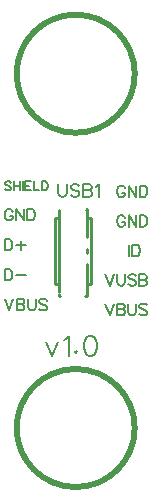
<source format=gto>
G04 Layer: TopSilkscreenLayer*
G04 EasyEDA v6.5.20, 2023-08-22 18:50:07*
G04 a67cddfb3fce44daa9051d46cbbcc19f,10*
G04 Gerber Generator version 0.2*
G04 Scale: 100 percent, Rotated: No, Reflected: No *
G04 Dimensions in millimeters *
G04 leading zeros omitted , absolute positions ,4 integer and 5 decimal *
%FSLAX45Y45*%
%MOMM*%

%ADD10C,0.2032*%
%ADD11C,0.1524*%
%ADD12C,0.2540*%
%ADD13C,0.5000*%

%LPD*%
D10*
X-549147Y577850D02*
G01*
X-556260Y585215D01*
X-567181Y588771D01*
X-581913Y588771D01*
X-592836Y585215D01*
X-599947Y577850D01*
X-599947Y570484D01*
X-596392Y563371D01*
X-592836Y559562D01*
X-585470Y556005D01*
X-563626Y548639D01*
X-556260Y545084D01*
X-552704Y541528D01*
X-549147Y534162D01*
X-549147Y523239D01*
X-556260Y515873D01*
X-567181Y512318D01*
X-581913Y512318D01*
X-592836Y515873D01*
X-599947Y523239D01*
X-525018Y588771D02*
G01*
X-525018Y512318D01*
X-474218Y588771D02*
G01*
X-474218Y512318D01*
X-525018Y552450D02*
G01*
X-474218Y552450D01*
X-450087Y588771D02*
G01*
X-450087Y512318D01*
X-426212Y588771D02*
G01*
X-426212Y512318D01*
X-426212Y588771D02*
G01*
X-378968Y588771D01*
X-426212Y552450D02*
G01*
X-397002Y552450D01*
X-426212Y512318D02*
G01*
X-378968Y512318D01*
X-354837Y588771D02*
G01*
X-354837Y512318D01*
X-354837Y512318D02*
G01*
X-311150Y512318D01*
X-287273Y588771D02*
G01*
X-287273Y512318D01*
X-287273Y588771D02*
G01*
X-261873Y588771D01*
X-250952Y585215D01*
X-243586Y577850D01*
X-240029Y570484D01*
X-236473Y559562D01*
X-236473Y541528D01*
X-240029Y530605D01*
X-243586Y523239D01*
X-250952Y515873D01*
X-261873Y512318D01*
X-287273Y512318D01*
X-531934Y332295D02*
G01*
X-536252Y341185D01*
X-545396Y350329D01*
X-554540Y354901D01*
X-572828Y354901D01*
X-581718Y350329D01*
X-590862Y341185D01*
X-595434Y332295D01*
X-600006Y318579D01*
X-600006Y295719D01*
X-595434Y282257D01*
X-590862Y273113D01*
X-581718Y263969D01*
X-572828Y259397D01*
X-554540Y259397D01*
X-545396Y263969D01*
X-536252Y273113D01*
X-531934Y282257D01*
X-531934Y295719D01*
X-554540Y295719D02*
G01*
X-531934Y295719D01*
X-501708Y354901D02*
G01*
X-501708Y259397D01*
X-501708Y354901D02*
G01*
X-438208Y259397D01*
X-438208Y354901D02*
G01*
X-438208Y259397D01*
X-408236Y354901D02*
G01*
X-408236Y259397D01*
X-408236Y354901D02*
G01*
X-376486Y354901D01*
X-362770Y350329D01*
X-353626Y341185D01*
X-349054Y332295D01*
X-344482Y318579D01*
X-344482Y295719D01*
X-349054Y282257D01*
X-353626Y273113D01*
X-362770Y263969D01*
X-376486Y259397D01*
X-408236Y259397D01*
X-599947Y100837D02*
G01*
X-599947Y5334D01*
X-599947Y100837D02*
G01*
X-568197Y100837D01*
X-554481Y96265D01*
X-545337Y87376D01*
X-541020Y78231D01*
X-536447Y64515D01*
X-536447Y41910D01*
X-541020Y28194D01*
X-545337Y19050D01*
X-554481Y9905D01*
X-568197Y5334D01*
X-599947Y5334D01*
X-465328Y87376D02*
G01*
X-465328Y5334D01*
X-506476Y46481D02*
G01*
X-424434Y46481D01*
X-599947Y-153162D02*
G01*
X-599947Y-248665D01*
X-599947Y-153162D02*
G01*
X-568197Y-153162D01*
X-554481Y-157734D01*
X-545337Y-166623D01*
X-541020Y-175768D01*
X-536447Y-189484D01*
X-536447Y-212089D01*
X-541020Y-225805D01*
X-545337Y-234950D01*
X-554481Y-244094D01*
X-568197Y-248665D01*
X-599947Y-248665D01*
X-506476Y-207518D02*
G01*
X-424434Y-207518D01*
X-599973Y-407085D02*
G01*
X-563651Y-502589D01*
X-527329Y-407085D02*
G01*
X-563651Y-502589D01*
X-497357Y-407085D02*
G01*
X-497357Y-502589D01*
X-497357Y-407085D02*
G01*
X-456463Y-407085D01*
X-442747Y-411657D01*
X-438175Y-416229D01*
X-433603Y-425373D01*
X-433603Y-434263D01*
X-438175Y-443407D01*
X-442747Y-447979D01*
X-456463Y-452551D01*
X-497357Y-452551D02*
G01*
X-456463Y-452551D01*
X-442747Y-457123D01*
X-438175Y-461695D01*
X-433603Y-470839D01*
X-433603Y-484301D01*
X-438175Y-493445D01*
X-442747Y-498017D01*
X-456463Y-502589D01*
X-497357Y-502589D01*
X-403631Y-407085D02*
G01*
X-403631Y-475157D01*
X-399059Y-488873D01*
X-389915Y-498017D01*
X-376453Y-502589D01*
X-367309Y-502589D01*
X-353593Y-498017D01*
X-344449Y-488873D01*
X-339877Y-475157D01*
X-339877Y-407085D01*
X-246405Y-420801D02*
G01*
X-255549Y-411657D01*
X-269011Y-407085D01*
X-287299Y-407085D01*
X-301015Y-411657D01*
X-309905Y-420801D01*
X-309905Y-429691D01*
X-305333Y-438835D01*
X-301015Y-443407D01*
X-291871Y-447979D01*
X-264439Y-457123D01*
X-255549Y-461695D01*
X-250977Y-466267D01*
X-246405Y-475157D01*
X-246405Y-488873D01*
X-255549Y-498017D01*
X-269011Y-502589D01*
X-287299Y-502589D01*
X-301015Y-498017D01*
X-309905Y-488873D01*
X418223Y528104D02*
G01*
X413651Y537248D01*
X404507Y546392D01*
X395363Y550964D01*
X377329Y550964D01*
X368185Y546392D01*
X359041Y537248D01*
X354469Y528104D01*
X349897Y514642D01*
X349897Y491782D01*
X354469Y478066D01*
X359041Y469176D01*
X368185Y460032D01*
X377329Y455460D01*
X395363Y455460D01*
X404507Y460032D01*
X413651Y469176D01*
X418223Y478066D01*
X418223Y491782D01*
X395363Y491782D02*
G01*
X418223Y491782D01*
X448195Y550964D02*
G01*
X448195Y455460D01*
X448195Y550964D02*
G01*
X511695Y455460D01*
X511695Y550964D02*
G01*
X511695Y455460D01*
X541921Y550964D02*
G01*
X541921Y455460D01*
X541921Y550964D02*
G01*
X573671Y550964D01*
X587387Y546392D01*
X596277Y537248D01*
X600849Y528104D01*
X605421Y514642D01*
X605421Y491782D01*
X600849Y478066D01*
X596277Y469176D01*
X587387Y460032D01*
X573671Y455460D01*
X541921Y455460D01*
X418068Y278300D02*
G01*
X413750Y287190D01*
X404606Y296334D01*
X395462Y300906D01*
X377174Y300906D01*
X368284Y296334D01*
X359140Y287190D01*
X354568Y278300D01*
X349996Y264584D01*
X349996Y241724D01*
X354568Y228262D01*
X359140Y219118D01*
X368284Y209974D01*
X377174Y205402D01*
X395462Y205402D01*
X404606Y209974D01*
X413750Y219118D01*
X418068Y228262D01*
X418068Y241724D01*
X395462Y241724D02*
G01*
X418068Y241724D01*
X448294Y300906D02*
G01*
X448294Y205402D01*
X448294Y300906D02*
G01*
X511794Y205402D01*
X511794Y300906D02*
G01*
X511794Y205402D01*
X541766Y300906D02*
G01*
X541766Y205402D01*
X541766Y300906D02*
G01*
X573516Y300906D01*
X587232Y296334D01*
X596376Y287190D01*
X600948Y278300D01*
X605520Y264584D01*
X605520Y241724D01*
X600948Y228262D01*
X596376Y219118D01*
X587232Y209974D01*
X573516Y205402D01*
X541766Y205402D01*
X450087Y50800D02*
G01*
X450087Y-44450D01*
X480060Y50800D02*
G01*
X480060Y-44450D01*
X480060Y50800D02*
G01*
X511810Y50800D01*
X525526Y46481D01*
X534670Y37337D01*
X538987Y28194D01*
X543560Y14478D01*
X543560Y-8128D01*
X538987Y-21844D01*
X534670Y-30987D01*
X525526Y-39878D01*
X511810Y-44450D01*
X480060Y-44450D01*
X250088Y-199136D02*
G01*
X286410Y-294639D01*
X322732Y-199136D02*
G01*
X286410Y-294639D01*
X352704Y-199136D02*
G01*
X352704Y-267207D01*
X357276Y-280923D01*
X366420Y-290068D01*
X379882Y-294639D01*
X389026Y-294639D01*
X402742Y-290068D01*
X411886Y-280923D01*
X416458Y-267207D01*
X416458Y-199136D01*
X509930Y-212852D02*
G01*
X500786Y-203707D01*
X487324Y-199136D01*
X469036Y-199136D01*
X455574Y-203707D01*
X446430Y-212852D01*
X446430Y-221742D01*
X451002Y-230886D01*
X455574Y-235457D01*
X464464Y-240029D01*
X491896Y-249173D01*
X500786Y-253745D01*
X505358Y-258063D01*
X509930Y-267207D01*
X509930Y-280923D01*
X500786Y-290068D01*
X487324Y-294639D01*
X469036Y-294639D01*
X455574Y-290068D01*
X446430Y-280923D01*
X539902Y-199136D02*
G01*
X539902Y-294639D01*
X539902Y-199136D02*
G01*
X580796Y-199136D01*
X594512Y-203707D01*
X599084Y-208279D01*
X603656Y-217170D01*
X603656Y-226313D01*
X599084Y-235457D01*
X594512Y-240029D01*
X580796Y-244602D01*
X539902Y-244602D02*
G01*
X580796Y-244602D01*
X594512Y-249173D01*
X599084Y-253745D01*
X603656Y-262636D01*
X603656Y-276352D01*
X599084Y-285495D01*
X594512Y-290068D01*
X580796Y-294639D01*
X539902Y-294639D01*
X249996Y-449143D02*
G01*
X286318Y-544647D01*
X322640Y-449143D02*
G01*
X286318Y-544647D01*
X352612Y-449143D02*
G01*
X352612Y-544647D01*
X352612Y-449143D02*
G01*
X393506Y-449143D01*
X407222Y-453715D01*
X411794Y-458287D01*
X416366Y-467177D01*
X416366Y-476321D01*
X411794Y-485465D01*
X407222Y-490037D01*
X393506Y-494609D01*
X352612Y-494609D02*
G01*
X393506Y-494609D01*
X407222Y-499181D01*
X411794Y-503499D01*
X416366Y-512643D01*
X416366Y-526359D01*
X411794Y-535503D01*
X407222Y-540075D01*
X393506Y-544647D01*
X352612Y-544647D01*
X446338Y-449143D02*
G01*
X446338Y-517215D01*
X450910Y-530931D01*
X460054Y-540075D01*
X473516Y-544647D01*
X482660Y-544647D01*
X496376Y-540075D01*
X505520Y-530931D01*
X510092Y-517215D01*
X510092Y-449143D01*
X603564Y-462605D02*
G01*
X594420Y-453715D01*
X580958Y-449143D01*
X562670Y-449143D01*
X549208Y-453715D01*
X540064Y-462605D01*
X540064Y-471749D01*
X544636Y-480893D01*
X549208Y-485465D01*
X558098Y-490037D01*
X585530Y-499181D01*
X594420Y-503499D01*
X598992Y-508071D01*
X603564Y-517215D01*
X603564Y-530931D01*
X594420Y-540075D01*
X580958Y-544647D01*
X562670Y-544647D01*
X549208Y-540075D01*
X540064Y-530931D01*
X-249974Y-775715D02*
G01*
X-200952Y-890270D01*
X-151930Y-775715D02*
G01*
X-200952Y-890270D01*
X-97828Y-751078D02*
G01*
X-81572Y-742950D01*
X-56934Y-718312D01*
X-56934Y-890270D01*
X5295Y-849376D02*
G01*
X-2832Y-857504D01*
X5295Y-865631D01*
X13423Y-857504D01*
X5295Y-849376D01*
X116547Y-718312D02*
G01*
X91909Y-726439D01*
X75653Y-751078D01*
X67525Y-791971D01*
X67525Y-816610D01*
X75653Y-857504D01*
X91909Y-881887D01*
X116547Y-890270D01*
X132803Y-890270D01*
X157441Y-881887D01*
X173697Y-857504D01*
X182079Y-816610D01*
X182079Y-791971D01*
X173697Y-751078D01*
X157441Y-726439D01*
X132803Y-718312D01*
X116547Y-718312D01*
D11*
X-149999Y565317D02*
G01*
X-149999Y487339D01*
X-144919Y471845D01*
X-134505Y461431D01*
X-118757Y456351D01*
X-108343Y456351D01*
X-92849Y461431D01*
X-82435Y471845D01*
X-77355Y487339D01*
X-77355Y565317D01*
X29832Y549823D02*
G01*
X19418Y560237D01*
X3670Y565317D01*
X-16903Y565317D01*
X-32651Y560237D01*
X-43065Y549823D01*
X-43065Y539409D01*
X-37731Y528995D01*
X-32651Y523661D01*
X-22237Y518581D01*
X9004Y508167D01*
X19418Y503087D01*
X24498Y497753D01*
X29832Y487339D01*
X29832Y471845D01*
X19418Y461431D01*
X3670Y456351D01*
X-16903Y456351D01*
X-32651Y461431D01*
X-43065Y471845D01*
X64122Y565317D02*
G01*
X64122Y456351D01*
X64122Y565317D02*
G01*
X110858Y565317D01*
X126352Y560237D01*
X131686Y554903D01*
X136766Y544489D01*
X136766Y534075D01*
X131686Y523661D01*
X126352Y518581D01*
X110858Y513501D01*
X64122Y513501D02*
G01*
X110858Y513501D01*
X126352Y508167D01*
X131686Y503087D01*
X136766Y492673D01*
X136766Y476925D01*
X131686Y466511D01*
X126352Y461431D01*
X110858Y456351D01*
X64122Y456351D01*
X171056Y544489D02*
G01*
X181470Y549823D01*
X196964Y565317D01*
X196964Y456351D01*
D12*
X84122Y346875D02*
G01*
X86878Y346875D01*
X97990Y357987D01*
X-139951Y-346875D02*
G01*
X-139951Y346875D01*
X-140159Y346875D01*
X-136728Y-381000D02*
G01*
X-139951Y-381000D01*
X-139951Y-368896D01*
X97990Y-357987D02*
G01*
X97990Y-381000D01*
X80690Y-381000D01*
X97891Y-16705D02*
G01*
X97891Y16705D01*
X106982Y-279400D02*
G01*
X132382Y-279400D01*
X132382Y279400D01*
X106982Y279400D01*
X-147017Y279400D02*
G01*
X-172417Y279400D01*
X-172417Y-279400D01*
X-147017Y-279400D01*
X97990Y-357987D02*
G01*
X97990Y-113344D01*
X97990Y113344D02*
G01*
X97990Y357987D01*
D13*
G75*
G01
X499999Y1499997D02*
G03X499999Y1499997I-499999J0D01*
G75*
G01
X499999Y-1499997D02*
G03X499999Y-1499997I-499999J0D01*
M02*

</source>
